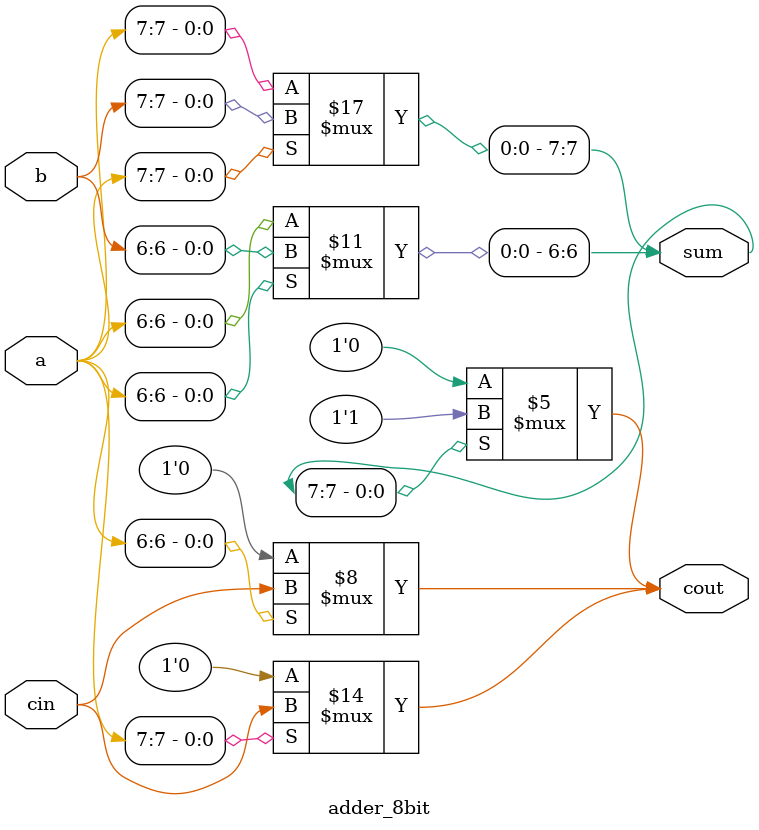
<source format=v>
module adder_8bit(
    input [7:0] a, b, 
    input cin, 
    output [7:0] sum, 
    output cout);

  // Bit-level adder for the most significant bit (MSB)
  always @(*) begin
    if (a[7]) begin
      sum[7] = b[7];
      cout = cin;
    end else begin
      sum[7] = a[7];
      cout = 1'b0;
    end
  end

  // Bit-level adder for the second most significant bit (SMB)
  always @(*) begin
    if (a[6]) begin
      sum[6] = b[6];
      cout = cin;
    end else begin
      sum[6] = a[6];
      cout = 1'b0;
    end
  end

  // ... (omitted for brevity, but you can add more bit-level adders for the remaining bits)

  // Final combinational logic to produce the overall output sum and carry output
  always @(*) begin
    if (sum[7]) begin
      cout = 1'b1;
    end else begin
      cout = 1'b0;
    end
  end

endmodule
</source>
